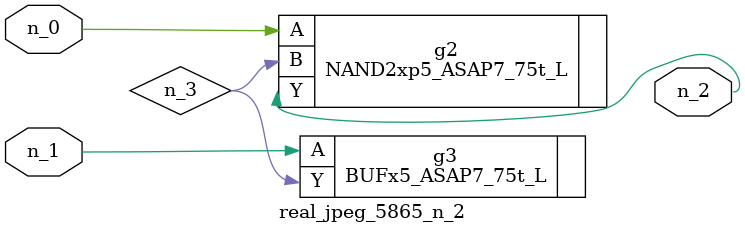
<source format=v>
module real_jpeg_5865_n_2 (n_1, n_0, n_2);

input n_1;
input n_0;

output n_2;

wire n_3;

NAND2xp5_ASAP7_75t_L g2 ( 
.A(n_0),
.B(n_3),
.Y(n_2)
);

BUFx5_ASAP7_75t_L g3 ( 
.A(n_1),
.Y(n_3)
);


endmodule
</source>
